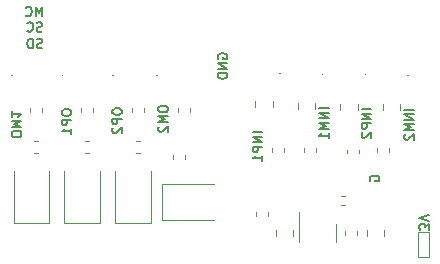
<source format=gbr>
%TF.GenerationSoftware,KiCad,Pcbnew,8.0.7*%
%TF.CreationDate,2024-12-23T22:59:07-05:00*%
%TF.ProjectId,tac5212_audio_board_single_ended,74616335-3231-4325-9f61-7564696f5f62,rev?*%
%TF.SameCoordinates,Original*%
%TF.FileFunction,Legend,Bot*%
%TF.FilePolarity,Positive*%
%FSLAX46Y46*%
G04 Gerber Fmt 4.6, Leading zero omitted, Abs format (unit mm)*
G04 Created by KiCad (PCBNEW 8.0.7) date 2024-12-23 22:59:07*
%MOMM*%
%LPD*%
G01*
G04 APERTURE LIST*
%ADD10C,0.150000*%
%ADD11C,0.120000*%
%ADD12C,0.100000*%
G04 APERTURE END LIST*
D10*
X99862295Y-108066541D02*
X99862295Y-108218922D01*
X99862295Y-108218922D02*
X99900390Y-108295112D01*
X99900390Y-108295112D02*
X99976580Y-108371303D01*
X99976580Y-108371303D02*
X100128961Y-108409398D01*
X100128961Y-108409398D02*
X100395628Y-108409398D01*
X100395628Y-108409398D02*
X100548009Y-108371303D01*
X100548009Y-108371303D02*
X100624200Y-108295112D01*
X100624200Y-108295112D02*
X100662295Y-108218922D01*
X100662295Y-108218922D02*
X100662295Y-108066541D01*
X100662295Y-108066541D02*
X100624200Y-107990350D01*
X100624200Y-107990350D02*
X100548009Y-107914160D01*
X100548009Y-107914160D02*
X100395628Y-107876064D01*
X100395628Y-107876064D02*
X100128961Y-107876064D01*
X100128961Y-107876064D02*
X99976580Y-107914160D01*
X99976580Y-107914160D02*
X99900390Y-107990350D01*
X99900390Y-107990350D02*
X99862295Y-108066541D01*
X100662295Y-108752255D02*
X99862295Y-108752255D01*
X99862295Y-108752255D02*
X99862295Y-109057017D01*
X99862295Y-109057017D02*
X99900390Y-109133207D01*
X99900390Y-109133207D02*
X99938485Y-109171302D01*
X99938485Y-109171302D02*
X100014676Y-109209398D01*
X100014676Y-109209398D02*
X100128961Y-109209398D01*
X100128961Y-109209398D02*
X100205152Y-109171302D01*
X100205152Y-109171302D02*
X100243247Y-109133207D01*
X100243247Y-109133207D02*
X100281342Y-109057017D01*
X100281342Y-109057017D02*
X100281342Y-108752255D01*
X99938485Y-109514159D02*
X99900390Y-109552255D01*
X99900390Y-109552255D02*
X99862295Y-109628445D01*
X99862295Y-109628445D02*
X99862295Y-109818921D01*
X99862295Y-109818921D02*
X99900390Y-109895112D01*
X99900390Y-109895112D02*
X99938485Y-109933207D01*
X99938485Y-109933207D02*
X100014676Y-109971302D01*
X100014676Y-109971302D02*
X100090866Y-109971302D01*
X100090866Y-109971302D02*
X100205152Y-109933207D01*
X100205152Y-109933207D02*
X100662295Y-109476064D01*
X100662295Y-109476064D02*
X100662295Y-109971302D01*
X121762295Y-107924160D02*
X120962295Y-107924160D01*
X121762295Y-108305112D02*
X120962295Y-108305112D01*
X120962295Y-108305112D02*
X121762295Y-108762255D01*
X121762295Y-108762255D02*
X120962295Y-108762255D01*
X121762295Y-109143207D02*
X120962295Y-109143207D01*
X120962295Y-109143207D02*
X120962295Y-109447969D01*
X120962295Y-109447969D02*
X121000390Y-109524159D01*
X121000390Y-109524159D02*
X121038485Y-109562254D01*
X121038485Y-109562254D02*
X121114676Y-109600350D01*
X121114676Y-109600350D02*
X121228961Y-109600350D01*
X121228961Y-109600350D02*
X121305152Y-109562254D01*
X121305152Y-109562254D02*
X121343247Y-109524159D01*
X121343247Y-109524159D02*
X121381342Y-109447969D01*
X121381342Y-109447969D02*
X121381342Y-109143207D01*
X121038485Y-109905111D02*
X121000390Y-109943207D01*
X121000390Y-109943207D02*
X120962295Y-110019397D01*
X120962295Y-110019397D02*
X120962295Y-110209873D01*
X120962295Y-110209873D02*
X121000390Y-110286064D01*
X121000390Y-110286064D02*
X121038485Y-110324159D01*
X121038485Y-110324159D02*
X121114676Y-110362254D01*
X121114676Y-110362254D02*
X121190866Y-110362254D01*
X121190866Y-110362254D02*
X121305152Y-110324159D01*
X121305152Y-110324159D02*
X121762295Y-109867016D01*
X121762295Y-109867016D02*
X121762295Y-110362254D01*
X108800390Y-103672744D02*
X108762295Y-103596554D01*
X108762295Y-103596554D02*
X108762295Y-103482268D01*
X108762295Y-103482268D02*
X108800390Y-103367982D01*
X108800390Y-103367982D02*
X108876580Y-103291792D01*
X108876580Y-103291792D02*
X108952771Y-103253697D01*
X108952771Y-103253697D02*
X109105152Y-103215601D01*
X109105152Y-103215601D02*
X109219438Y-103215601D01*
X109219438Y-103215601D02*
X109371819Y-103253697D01*
X109371819Y-103253697D02*
X109448009Y-103291792D01*
X109448009Y-103291792D02*
X109524200Y-103367982D01*
X109524200Y-103367982D02*
X109562295Y-103482268D01*
X109562295Y-103482268D02*
X109562295Y-103558459D01*
X109562295Y-103558459D02*
X109524200Y-103672744D01*
X109524200Y-103672744D02*
X109486104Y-103710840D01*
X109486104Y-103710840D02*
X109219438Y-103710840D01*
X109219438Y-103710840D02*
X109219438Y-103558459D01*
X109562295Y-104053697D02*
X108762295Y-104053697D01*
X108762295Y-104053697D02*
X109562295Y-104510840D01*
X109562295Y-104510840D02*
X108762295Y-104510840D01*
X109562295Y-104891792D02*
X108762295Y-104891792D01*
X108762295Y-104891792D02*
X108762295Y-105082268D01*
X108762295Y-105082268D02*
X108800390Y-105196554D01*
X108800390Y-105196554D02*
X108876580Y-105272744D01*
X108876580Y-105272744D02*
X108952771Y-105310839D01*
X108952771Y-105310839D02*
X109105152Y-105348935D01*
X109105152Y-105348935D02*
X109219438Y-105348935D01*
X109219438Y-105348935D02*
X109371819Y-105310839D01*
X109371819Y-105310839D02*
X109448009Y-105272744D01*
X109448009Y-105272744D02*
X109524200Y-105196554D01*
X109524200Y-105196554D02*
X109562295Y-105082268D01*
X109562295Y-105082268D02*
X109562295Y-104891792D01*
X125362295Y-107971660D02*
X124562295Y-107971660D01*
X125362295Y-108352612D02*
X124562295Y-108352612D01*
X124562295Y-108352612D02*
X125362295Y-108809755D01*
X125362295Y-108809755D02*
X124562295Y-108809755D01*
X125362295Y-109190707D02*
X124562295Y-109190707D01*
X124562295Y-109190707D02*
X125133723Y-109457373D01*
X125133723Y-109457373D02*
X124562295Y-109724040D01*
X124562295Y-109724040D02*
X125362295Y-109724040D01*
X124638485Y-110066897D02*
X124600390Y-110104993D01*
X124600390Y-110104993D02*
X124562295Y-110181183D01*
X124562295Y-110181183D02*
X124562295Y-110371659D01*
X124562295Y-110371659D02*
X124600390Y-110447850D01*
X124600390Y-110447850D02*
X124638485Y-110485945D01*
X124638485Y-110485945D02*
X124714676Y-110524040D01*
X124714676Y-110524040D02*
X124790866Y-110524040D01*
X124790866Y-110524040D02*
X124905152Y-110485945D01*
X124905152Y-110485945D02*
X125362295Y-110028802D01*
X125362295Y-110028802D02*
X125362295Y-110524040D01*
X103762295Y-107841541D02*
X103762295Y-107993922D01*
X103762295Y-107993922D02*
X103800390Y-108070112D01*
X103800390Y-108070112D02*
X103876580Y-108146303D01*
X103876580Y-108146303D02*
X104028961Y-108184398D01*
X104028961Y-108184398D02*
X104295628Y-108184398D01*
X104295628Y-108184398D02*
X104448009Y-108146303D01*
X104448009Y-108146303D02*
X104524200Y-108070112D01*
X104524200Y-108070112D02*
X104562295Y-107993922D01*
X104562295Y-107993922D02*
X104562295Y-107841541D01*
X104562295Y-107841541D02*
X104524200Y-107765350D01*
X104524200Y-107765350D02*
X104448009Y-107689160D01*
X104448009Y-107689160D02*
X104295628Y-107651064D01*
X104295628Y-107651064D02*
X104028961Y-107651064D01*
X104028961Y-107651064D02*
X103876580Y-107689160D01*
X103876580Y-107689160D02*
X103800390Y-107765350D01*
X103800390Y-107765350D02*
X103762295Y-107841541D01*
X104562295Y-108527255D02*
X103762295Y-108527255D01*
X103762295Y-108527255D02*
X104333723Y-108793921D01*
X104333723Y-108793921D02*
X103762295Y-109060588D01*
X103762295Y-109060588D02*
X104562295Y-109060588D01*
X103838485Y-109403445D02*
X103800390Y-109441541D01*
X103800390Y-109441541D02*
X103762295Y-109517731D01*
X103762295Y-109517731D02*
X103762295Y-109708207D01*
X103762295Y-109708207D02*
X103800390Y-109784398D01*
X103800390Y-109784398D02*
X103838485Y-109822493D01*
X103838485Y-109822493D02*
X103914676Y-109860588D01*
X103914676Y-109860588D02*
X103990866Y-109860588D01*
X103990866Y-109860588D02*
X104105152Y-109822493D01*
X104105152Y-109822493D02*
X104562295Y-109365350D01*
X104562295Y-109365350D02*
X104562295Y-109860588D01*
X126647704Y-118137030D02*
X126647704Y-117641792D01*
X126647704Y-117641792D02*
X126342942Y-117908458D01*
X126342942Y-117908458D02*
X126342942Y-117794173D01*
X126342942Y-117794173D02*
X126304847Y-117717982D01*
X126304847Y-117717982D02*
X126266752Y-117679887D01*
X126266752Y-117679887D02*
X126190561Y-117641792D01*
X126190561Y-117641792D02*
X126000085Y-117641792D01*
X126000085Y-117641792D02*
X125923895Y-117679887D01*
X125923895Y-117679887D02*
X125885800Y-117717982D01*
X125885800Y-117717982D02*
X125847704Y-117794173D01*
X125847704Y-117794173D02*
X125847704Y-118022744D01*
X125847704Y-118022744D02*
X125885800Y-118098935D01*
X125885800Y-118098935D02*
X125923895Y-118137030D01*
X126647704Y-117413220D02*
X125847704Y-117146553D01*
X125847704Y-117146553D02*
X126647704Y-116879887D01*
X93908208Y-102724200D02*
X93793922Y-102762295D01*
X93793922Y-102762295D02*
X93603446Y-102762295D01*
X93603446Y-102762295D02*
X93527255Y-102724200D01*
X93527255Y-102724200D02*
X93489160Y-102686104D01*
X93489160Y-102686104D02*
X93451065Y-102609914D01*
X93451065Y-102609914D02*
X93451065Y-102533723D01*
X93451065Y-102533723D02*
X93489160Y-102457533D01*
X93489160Y-102457533D02*
X93527255Y-102419438D01*
X93527255Y-102419438D02*
X93603446Y-102381342D01*
X93603446Y-102381342D02*
X93755827Y-102343247D01*
X93755827Y-102343247D02*
X93832017Y-102305152D01*
X93832017Y-102305152D02*
X93870112Y-102267057D01*
X93870112Y-102267057D02*
X93908208Y-102190866D01*
X93908208Y-102190866D02*
X93908208Y-102114676D01*
X93908208Y-102114676D02*
X93870112Y-102038485D01*
X93870112Y-102038485D02*
X93832017Y-102000390D01*
X93832017Y-102000390D02*
X93755827Y-101962295D01*
X93755827Y-101962295D02*
X93565350Y-101962295D01*
X93565350Y-101962295D02*
X93451065Y-102000390D01*
X93108207Y-102762295D02*
X93108207Y-101962295D01*
X93108207Y-101962295D02*
X92917731Y-101962295D01*
X92917731Y-101962295D02*
X92803445Y-102000390D01*
X92803445Y-102000390D02*
X92727255Y-102076580D01*
X92727255Y-102076580D02*
X92689160Y-102152771D01*
X92689160Y-102152771D02*
X92651064Y-102305152D01*
X92651064Y-102305152D02*
X92651064Y-102419438D01*
X92651064Y-102419438D02*
X92689160Y-102571819D01*
X92689160Y-102571819D02*
X92727255Y-102648009D01*
X92727255Y-102648009D02*
X92803445Y-102724200D01*
X92803445Y-102724200D02*
X92917731Y-102762295D01*
X92917731Y-102762295D02*
X93108207Y-102762295D01*
X93922493Y-100062295D02*
X93922493Y-99262295D01*
X93922493Y-99262295D02*
X93655827Y-99833723D01*
X93655827Y-99833723D02*
X93389160Y-99262295D01*
X93389160Y-99262295D02*
X93389160Y-100062295D01*
X92551064Y-99986104D02*
X92589160Y-100024200D01*
X92589160Y-100024200D02*
X92703445Y-100062295D01*
X92703445Y-100062295D02*
X92779636Y-100062295D01*
X92779636Y-100062295D02*
X92893922Y-100024200D01*
X92893922Y-100024200D02*
X92970112Y-99948009D01*
X92970112Y-99948009D02*
X93008207Y-99871819D01*
X93008207Y-99871819D02*
X93046303Y-99719438D01*
X93046303Y-99719438D02*
X93046303Y-99605152D01*
X93046303Y-99605152D02*
X93008207Y-99452771D01*
X93008207Y-99452771D02*
X92970112Y-99376580D01*
X92970112Y-99376580D02*
X92893922Y-99300390D01*
X92893922Y-99300390D02*
X92779636Y-99262295D01*
X92779636Y-99262295D02*
X92703445Y-99262295D01*
X92703445Y-99262295D02*
X92589160Y-99300390D01*
X92589160Y-99300390D02*
X92551064Y-99338485D01*
X93908208Y-101324200D02*
X93793922Y-101362295D01*
X93793922Y-101362295D02*
X93603446Y-101362295D01*
X93603446Y-101362295D02*
X93527255Y-101324200D01*
X93527255Y-101324200D02*
X93489160Y-101286104D01*
X93489160Y-101286104D02*
X93451065Y-101209914D01*
X93451065Y-101209914D02*
X93451065Y-101133723D01*
X93451065Y-101133723D02*
X93489160Y-101057533D01*
X93489160Y-101057533D02*
X93527255Y-101019438D01*
X93527255Y-101019438D02*
X93603446Y-100981342D01*
X93603446Y-100981342D02*
X93755827Y-100943247D01*
X93755827Y-100943247D02*
X93832017Y-100905152D01*
X93832017Y-100905152D02*
X93870112Y-100867057D01*
X93870112Y-100867057D02*
X93908208Y-100790866D01*
X93908208Y-100790866D02*
X93908208Y-100714676D01*
X93908208Y-100714676D02*
X93870112Y-100638485D01*
X93870112Y-100638485D02*
X93832017Y-100600390D01*
X93832017Y-100600390D02*
X93755827Y-100562295D01*
X93755827Y-100562295D02*
X93565350Y-100562295D01*
X93565350Y-100562295D02*
X93451065Y-100600390D01*
X92651064Y-101286104D02*
X92689160Y-101324200D01*
X92689160Y-101324200D02*
X92803445Y-101362295D01*
X92803445Y-101362295D02*
X92879636Y-101362295D01*
X92879636Y-101362295D02*
X92993922Y-101324200D01*
X92993922Y-101324200D02*
X93070112Y-101248009D01*
X93070112Y-101248009D02*
X93108207Y-101171819D01*
X93108207Y-101171819D02*
X93146303Y-101019438D01*
X93146303Y-101019438D02*
X93146303Y-100905152D01*
X93146303Y-100905152D02*
X93108207Y-100752771D01*
X93108207Y-100752771D02*
X93070112Y-100676580D01*
X93070112Y-100676580D02*
X92993922Y-100600390D01*
X92993922Y-100600390D02*
X92879636Y-100562295D01*
X92879636Y-100562295D02*
X92803445Y-100562295D01*
X92803445Y-100562295D02*
X92689160Y-100600390D01*
X92689160Y-100600390D02*
X92651064Y-100638485D01*
X95562295Y-108141541D02*
X95562295Y-108293922D01*
X95562295Y-108293922D02*
X95600390Y-108370112D01*
X95600390Y-108370112D02*
X95676580Y-108446303D01*
X95676580Y-108446303D02*
X95828961Y-108484398D01*
X95828961Y-108484398D02*
X96095628Y-108484398D01*
X96095628Y-108484398D02*
X96248009Y-108446303D01*
X96248009Y-108446303D02*
X96324200Y-108370112D01*
X96324200Y-108370112D02*
X96362295Y-108293922D01*
X96362295Y-108293922D02*
X96362295Y-108141541D01*
X96362295Y-108141541D02*
X96324200Y-108065350D01*
X96324200Y-108065350D02*
X96248009Y-107989160D01*
X96248009Y-107989160D02*
X96095628Y-107951064D01*
X96095628Y-107951064D02*
X95828961Y-107951064D01*
X95828961Y-107951064D02*
X95676580Y-107989160D01*
X95676580Y-107989160D02*
X95600390Y-108065350D01*
X95600390Y-108065350D02*
X95562295Y-108141541D01*
X96362295Y-108827255D02*
X95562295Y-108827255D01*
X95562295Y-108827255D02*
X95562295Y-109132017D01*
X95562295Y-109132017D02*
X95600390Y-109208207D01*
X95600390Y-109208207D02*
X95638485Y-109246302D01*
X95638485Y-109246302D02*
X95714676Y-109284398D01*
X95714676Y-109284398D02*
X95828961Y-109284398D01*
X95828961Y-109284398D02*
X95905152Y-109246302D01*
X95905152Y-109246302D02*
X95943247Y-109208207D01*
X95943247Y-109208207D02*
X95981342Y-109132017D01*
X95981342Y-109132017D02*
X95981342Y-108827255D01*
X96362295Y-110046302D02*
X96362295Y-109589159D01*
X96362295Y-109817731D02*
X95562295Y-109817731D01*
X95562295Y-109817731D02*
X95676580Y-109741540D01*
X95676580Y-109741540D02*
X95752771Y-109665350D01*
X95752771Y-109665350D02*
X95790866Y-109589159D01*
X118162295Y-107851660D02*
X117362295Y-107851660D01*
X118162295Y-108232612D02*
X117362295Y-108232612D01*
X117362295Y-108232612D02*
X118162295Y-108689755D01*
X118162295Y-108689755D02*
X117362295Y-108689755D01*
X118162295Y-109070707D02*
X117362295Y-109070707D01*
X117362295Y-109070707D02*
X117933723Y-109337373D01*
X117933723Y-109337373D02*
X117362295Y-109604040D01*
X117362295Y-109604040D02*
X118162295Y-109604040D01*
X118162295Y-110404040D02*
X118162295Y-109946897D01*
X118162295Y-110175469D02*
X117362295Y-110175469D01*
X117362295Y-110175469D02*
X117476580Y-110099278D01*
X117476580Y-110099278D02*
X117552771Y-110023088D01*
X117552771Y-110023088D02*
X117590866Y-109946897D01*
X121700390Y-114010839D02*
X121662295Y-113934649D01*
X121662295Y-113934649D02*
X121662295Y-113820363D01*
X121662295Y-113820363D02*
X121700390Y-113706077D01*
X121700390Y-113706077D02*
X121776580Y-113629887D01*
X121776580Y-113629887D02*
X121852771Y-113591792D01*
X121852771Y-113591792D02*
X122005152Y-113553696D01*
X122005152Y-113553696D02*
X122119438Y-113553696D01*
X122119438Y-113553696D02*
X122271819Y-113591792D01*
X122271819Y-113591792D02*
X122348009Y-113629887D01*
X122348009Y-113629887D02*
X122424200Y-113706077D01*
X122424200Y-113706077D02*
X122462295Y-113820363D01*
X122462295Y-113820363D02*
X122462295Y-113896554D01*
X122462295Y-113896554D02*
X122424200Y-114010839D01*
X122424200Y-114010839D02*
X122386104Y-114048935D01*
X122386104Y-114048935D02*
X122119438Y-114048935D01*
X122119438Y-114048935D02*
X122119438Y-113896554D01*
X92137704Y-110120112D02*
X92137704Y-109967731D01*
X92137704Y-109967731D02*
X92099609Y-109891541D01*
X92099609Y-109891541D02*
X92023419Y-109815350D01*
X92023419Y-109815350D02*
X91871038Y-109777255D01*
X91871038Y-109777255D02*
X91604371Y-109777255D01*
X91604371Y-109777255D02*
X91451990Y-109815350D01*
X91451990Y-109815350D02*
X91375800Y-109891541D01*
X91375800Y-109891541D02*
X91337704Y-109967731D01*
X91337704Y-109967731D02*
X91337704Y-110120112D01*
X91337704Y-110120112D02*
X91375800Y-110196303D01*
X91375800Y-110196303D02*
X91451990Y-110272493D01*
X91451990Y-110272493D02*
X91604371Y-110310589D01*
X91604371Y-110310589D02*
X91871038Y-110310589D01*
X91871038Y-110310589D02*
X92023419Y-110272493D01*
X92023419Y-110272493D02*
X92099609Y-110196303D01*
X92099609Y-110196303D02*
X92137704Y-110120112D01*
X91337704Y-109434398D02*
X92137704Y-109434398D01*
X92137704Y-109434398D02*
X91566276Y-109167732D01*
X91566276Y-109167732D02*
X92137704Y-108901065D01*
X92137704Y-108901065D02*
X91337704Y-108901065D01*
X91337704Y-108101065D02*
X91337704Y-108558208D01*
X91337704Y-108329636D02*
X92137704Y-108329636D01*
X92137704Y-108329636D02*
X92023419Y-108405827D01*
X92023419Y-108405827D02*
X91947228Y-108482017D01*
X91947228Y-108482017D02*
X91909133Y-108558208D01*
X112562295Y-109889160D02*
X111762295Y-109889160D01*
X112562295Y-110270112D02*
X111762295Y-110270112D01*
X111762295Y-110270112D02*
X112562295Y-110727255D01*
X112562295Y-110727255D02*
X111762295Y-110727255D01*
X112562295Y-111108207D02*
X111762295Y-111108207D01*
X111762295Y-111108207D02*
X111762295Y-111412969D01*
X111762295Y-111412969D02*
X111800390Y-111489159D01*
X111800390Y-111489159D02*
X111838485Y-111527254D01*
X111838485Y-111527254D02*
X111914676Y-111565350D01*
X111914676Y-111565350D02*
X112028961Y-111565350D01*
X112028961Y-111565350D02*
X112105152Y-111527254D01*
X112105152Y-111527254D02*
X112143247Y-111489159D01*
X112143247Y-111489159D02*
X112181342Y-111412969D01*
X112181342Y-111412969D02*
X112181342Y-111108207D01*
X112562295Y-112327254D02*
X112562295Y-111870111D01*
X112562295Y-112098683D02*
X111762295Y-112098683D01*
X111762295Y-112098683D02*
X111876580Y-112022492D01*
X111876580Y-112022492D02*
X111952771Y-111946302D01*
X111952771Y-111946302D02*
X111990866Y-111870111D01*
D11*
%TO.C,T\u002AC108*%
X121399314Y-118176248D02*
X121399314Y-118698752D01*
X122869314Y-118176248D02*
X122869314Y-118698752D01*
%TO.C,C127*%
X113390000Y-111546267D02*
X113390000Y-111253733D01*
X114410000Y-111546267D02*
X114410000Y-111253733D01*
D12*
%TO.C,D111*%
X103685000Y-105100000D02*
G75*
G02*
X103585000Y-105100000I-50000J0D01*
G01*
X103585000Y-105100000D02*
G75*
G02*
X103685000Y-105100000I50000J0D01*
G01*
D11*
%TO.C,R108*%
X97871267Y-110590000D02*
X97528733Y-110590000D01*
X97871267Y-111610000D02*
X97528733Y-111610000D01*
%TO.C,T\u002AC109*%
X119524314Y-118291233D02*
X119524314Y-118583767D01*
X120544314Y-118291233D02*
X120544314Y-118583767D01*
%TO.C,C124*%
X122290000Y-111546267D02*
X122290000Y-111253733D01*
X123310000Y-111546267D02*
X123310000Y-111253733D01*
%TO.C,C125*%
X119690000Y-111646267D02*
X119690000Y-111353733D01*
X120710000Y-111646267D02*
X120710000Y-111353733D01*
%TO.C,C114*%
X91490000Y-113150000D02*
X91490000Y-117535000D01*
X91490000Y-117535000D02*
X94510000Y-117535000D01*
X94510000Y-117535000D02*
X94510000Y-113150000D01*
%TO.C,T\u002AC110*%
X113699314Y-118176248D02*
X113699314Y-118698752D01*
X115169314Y-118176248D02*
X115169314Y-118698752D01*
%TO.C,3V108*%
D12*
X126710000Y-120460000D02*
X125710000Y-120460000D01*
X125710000Y-118350000D01*
X126710000Y-118350000D01*
X126710000Y-120460000D01*
D11*
%TO.C,C122*%
X104090001Y-114290000D02*
X104090001Y-117310000D01*
X104090001Y-117310000D02*
X108475001Y-117310000D01*
X108475001Y-114290000D02*
X104090001Y-114290000D01*
%TO.C,R109*%
X93228733Y-110590000D02*
X93571267Y-110590000D01*
X93228733Y-111610000D02*
X93571267Y-111610000D01*
D12*
%TO.C,D113*%
X121315000Y-105035000D02*
G75*
G02*
X121215000Y-105035000I-50000J0D01*
G01*
X121215000Y-105035000D02*
G75*
G02*
X121315000Y-105035000I50000J0D01*
G01*
D11*
%TO.C,FB110*%
X115565000Y-107923752D02*
X115565000Y-107401248D01*
X117035000Y-107923752D02*
X117035000Y-107401248D01*
%TO.C,FB111*%
X111965000Y-107761252D02*
X111965000Y-107238748D01*
X113435000Y-107761252D02*
X113435000Y-107238748D01*
%TO.C,R111*%
X102171267Y-110590000D02*
X101828733Y-110590000D01*
X102171267Y-111610000D02*
X101828733Y-111610000D01*
D12*
%TO.C,D112*%
X124915000Y-105082500D02*
G75*
G02*
X124815000Y-105082500I-50000J0D01*
G01*
X124815000Y-105082500D02*
G75*
G02*
X124915000Y-105082500I50000J0D01*
G01*
D11*
%TO.C,C123*%
X105390000Y-107853733D02*
X105390000Y-108146267D01*
X106410000Y-107853733D02*
X106410000Y-108146267D01*
%TO.C,U109*%
X115651814Y-116615000D02*
X115651814Y-118415000D01*
X115651814Y-119215000D02*
X115651814Y-118415000D01*
X118771814Y-117615000D02*
X118771814Y-118415000D01*
X118771814Y-119215000D02*
X118771814Y-118415000D01*
D12*
%TO.C,D108*%
X95685000Y-105100000D02*
G75*
G02*
X95585000Y-105100000I-50000J0D01*
G01*
X95585000Y-105100000D02*
G75*
G02*
X95685000Y-105100000I50000J0D01*
G01*
D11*
%TO.C,C113*%
X97190000Y-107853733D02*
X97190000Y-108146267D01*
X98210000Y-107853733D02*
X98210000Y-108146267D01*
%TO.C,C126*%
X116090000Y-111546267D02*
X116090000Y-111253733D01*
X117110000Y-111546267D02*
X117110000Y-111253733D01*
D12*
%TO.C,D110*%
X99985000Y-105100000D02*
G75*
G02*
X99885000Y-105100000I-50000J0D01*
G01*
X99885000Y-105100000D02*
G75*
G02*
X99985000Y-105100000I50000J0D01*
G01*
D11*
%TO.C,C110*%
X95790000Y-113150000D02*
X95790000Y-117535000D01*
X95790000Y-117535000D02*
X98810000Y-117535000D01*
X98810000Y-117535000D02*
X98810000Y-113150000D01*
D12*
%TO.C,D109*%
X91385000Y-105100000D02*
G75*
G02*
X91285000Y-105100000I-50000J0D01*
G01*
X91285000Y-105100000D02*
G75*
G02*
X91385000Y-105100000I50000J0D01*
G01*
D11*
%TO.C,R127*%
X119567621Y-115319999D02*
X119232379Y-115319999D01*
X119567621Y-116080001D02*
X119232379Y-116080001D01*
%TO.C,C121*%
X101490000Y-107853733D02*
X101490000Y-108146267D01*
X102510000Y-107853733D02*
X102510000Y-108146267D01*
%TO.C,C120*%
X100090000Y-113150000D02*
X100090000Y-117535000D01*
X100090000Y-117535000D02*
X103110000Y-117535000D01*
X103110000Y-117535000D02*
X103110000Y-113150000D01*
D12*
%TO.C,D114*%
X117715000Y-105035000D02*
G75*
G02*
X117615000Y-105035000I-50000J0D01*
G01*
X117615000Y-105035000D02*
G75*
G02*
X117715000Y-105035000I50000J0D01*
G01*
D11*
%TO.C,R116*%
X104990000Y-112171267D02*
X104990000Y-111828733D01*
X106010000Y-112171267D02*
X106010000Y-111828733D01*
%TO.C,FB109*%
X119165000Y-107996252D02*
X119165000Y-107473748D01*
X120635000Y-107996252D02*
X120635000Y-107473748D01*
%TO.C,FB108*%
X122765000Y-108033752D02*
X122765000Y-107511248D01*
X124235000Y-108033752D02*
X124235000Y-107511248D01*
D12*
%TO.C,D115*%
X114115000Y-104900000D02*
G75*
G02*
X114015000Y-104900000I-50000J0D01*
G01*
X114015000Y-104900000D02*
G75*
G02*
X114115000Y-104900000I50000J0D01*
G01*
D11*
%TO.C,C129*%
X111990000Y-116946267D02*
X111990000Y-116653733D01*
X113010000Y-116946267D02*
X113010000Y-116653733D01*
%TO.C,C117*%
X92890000Y-107853733D02*
X92890000Y-108146267D01*
X93910000Y-107853733D02*
X93910000Y-108146267D01*
%TD*%
M02*

</source>
